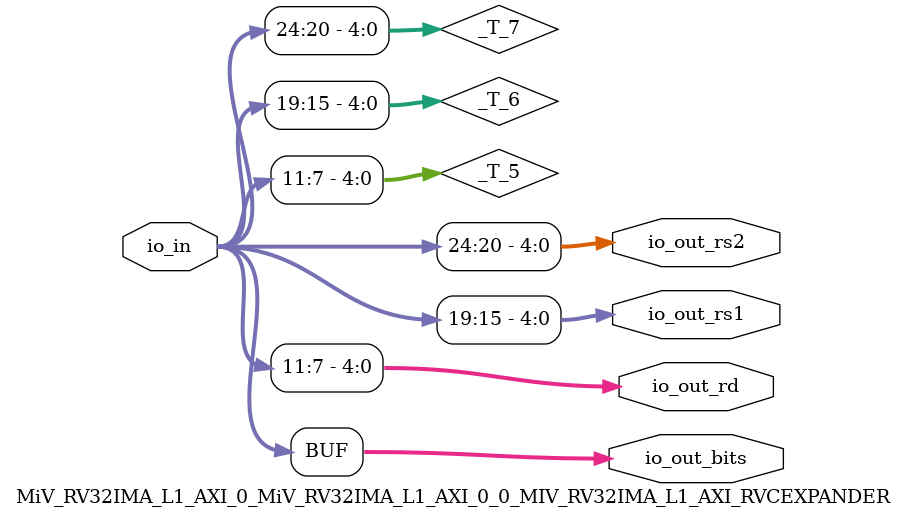
<source format=v>
`ifndef RANDOMIZE_REG_INIT 
	 `define RANDOMIZE_REG_INIT 
 `endif
`ifndef RANDOMIZE_MEM_INIT 
	 `define RANDOMIZE_MEM_INIT 
 `endif
`ifndef RANDOMIZE 
	 `define RANDOMIZE 
`endif

`timescale 1ns/10ps
module MiV_RV32IMA_L1_AXI_0_MiV_RV32IMA_L1_AXI_0_0_MIV_RV32IMA_L1_AXI_RVCEXPANDER( // @[:freechips.rocketchip.system.MivRV32ImaL1AhbConfig.fir@107660.2]
  input  [31:0] io_in, // @[:freechips.rocketchip.system.MivRV32ImaL1AhbConfig.fir@107663.4]
  output [31:0] io_out_bits, // @[:freechips.rocketchip.system.MivRV32ImaL1AhbConfig.fir@107663.4]
  output [4:0]  io_out_rd, // @[:freechips.rocketchip.system.MivRV32ImaL1AhbConfig.fir@107663.4]
  output [4:0]  io_out_rs1, // @[:freechips.rocketchip.system.MivRV32ImaL1AhbConfig.fir@107663.4]
  output [4:0]  io_out_rs2 // @[:freechips.rocketchip.system.MivRV32ImaL1AhbConfig.fir@107663.4]
);
  wire [4:0] _T_5; // @[RVC.scala 20:36:freechips.rocketchip.system.MivRV32ImaL1AhbConfig.fir@107669.4]
  wire [4:0] _T_6; // @[RVC.scala 20:57:freechips.rocketchip.system.MivRV32ImaL1AhbConfig.fir@107670.4]
  wire [4:0] _T_7; // @[RVC.scala 20:79:freechips.rocketchip.system.MivRV32ImaL1AhbConfig.fir@107671.4]
  assign _T_5 = io_in[11:7]; // @[RVC.scala 20:36:freechips.rocketchip.system.MivRV32ImaL1AhbConfig.fir@107669.4]
  assign _T_6 = io_in[19:15]; // @[RVC.scala 20:57:freechips.rocketchip.system.MivRV32ImaL1AhbConfig.fir@107670.4]
  assign _T_7 = io_in[24:20]; // @[RVC.scala 20:79:freechips.rocketchip.system.MivRV32ImaL1AhbConfig.fir@107671.4]
  assign io_out_bits = io_in;
  assign io_out_rd = _T_5;
  assign io_out_rs1 = _T_6;
  assign io_out_rs2 = _T_7;
endmodule

</source>
